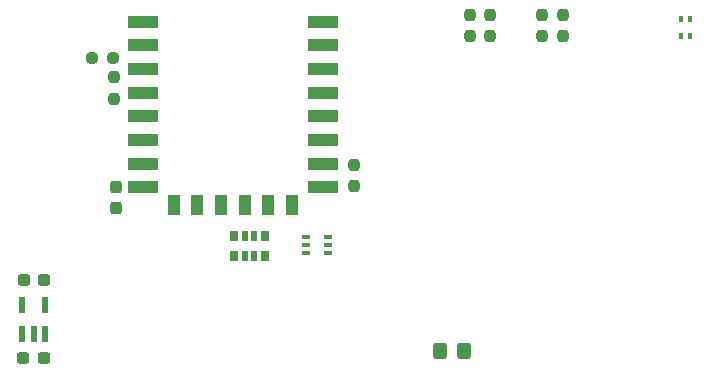
<source format=gbr>
%TF.GenerationSoftware,KiCad,Pcbnew,7.0.2-0*%
%TF.CreationDate,2024-01-30T21:56:13+01:00*%
%TF.ProjectId,wlan-thermo-front-panel,776c616e-2d74-4686-9572-6d6f2d66726f,rev?*%
%TF.SameCoordinates,Original*%
%TF.FileFunction,Paste,Top*%
%TF.FilePolarity,Positive*%
%FSLAX46Y46*%
G04 Gerber Fmt 4.6, Leading zero omitted, Abs format (unit mm)*
G04 Created by KiCad (PCBNEW 7.0.2-0) date 2024-01-30 21:56:13*
%MOMM*%
%LPD*%
G01*
G04 APERTURE LIST*
G04 Aperture macros list*
%AMRoundRect*
0 Rectangle with rounded corners*
0 $1 Rounding radius*
0 $2 $3 $4 $5 $6 $7 $8 $9 X,Y pos of 4 corners*
0 Add a 4 corners polygon primitive as box body*
4,1,4,$2,$3,$4,$5,$6,$7,$8,$9,$2,$3,0*
0 Add four circle primitives for the rounded corners*
1,1,$1+$1,$2,$3*
1,1,$1+$1,$4,$5*
1,1,$1+$1,$6,$7*
1,1,$1+$1,$8,$9*
0 Add four rect primitives between the rounded corners*
20,1,$1+$1,$2,$3,$4,$5,0*
20,1,$1+$1,$4,$5,$6,$7,0*
20,1,$1+$1,$6,$7,$8,$9,0*
20,1,$1+$1,$8,$9,$2,$3,0*%
G04 Aperture macros list end*
%ADD10R,2.500000X1.000000*%
%ADD11R,1.000000X1.800000*%
%ADD12RoundRect,0.237500X0.237500X-0.250000X0.237500X0.250000X-0.237500X0.250000X-0.237500X-0.250000X0*%
%ADD13RoundRect,0.237500X-0.300000X-0.237500X0.300000X-0.237500X0.300000X0.237500X-0.300000X0.237500X0*%
%ADD14RoundRect,0.237500X-0.237500X0.250000X-0.237500X-0.250000X0.237500X-0.250000X0.237500X0.250000X0*%
%ADD15RoundRect,0.237500X-0.237500X0.300000X-0.237500X-0.300000X0.237500X-0.300000X0.237500X0.300000X0*%
%ADD16RoundRect,0.237500X-0.250000X-0.237500X0.250000X-0.237500X0.250000X0.237500X-0.250000X0.237500X0*%
%ADD17R,0.300000X0.500000*%
%ADD18R,0.650000X0.900000*%
%ADD19R,0.500000X0.900000*%
%ADD20R,0.650000X0.400000*%
%ADD21R,0.600000X1.400000*%
%ADD22RoundRect,0.250000X0.325000X0.450000X-0.325000X0.450000X-0.325000X-0.450000X0.325000X-0.450000X0*%
G04 APERTURE END LIST*
D10*
%TO.C,U1*%
X111100000Y-47300000D03*
X111100000Y-49300000D03*
X111100000Y-51300000D03*
X111100000Y-53300000D03*
X111100000Y-55300000D03*
X111100000Y-57300000D03*
X111100000Y-59300000D03*
X111100000Y-61300000D03*
D11*
X113700000Y-62800000D03*
X115700000Y-62800000D03*
X117700000Y-62800000D03*
X119700000Y-62800000D03*
X121700000Y-62800000D03*
X123700000Y-62800000D03*
D10*
X126300000Y-61300000D03*
X126300000Y-59300000D03*
X126300000Y-57300000D03*
X126300000Y-55300000D03*
X126300000Y-53300000D03*
X126300000Y-51300000D03*
X126300000Y-49300000D03*
X126300000Y-47300000D03*
%TD*%
D12*
%TO.C,R6*%
X140516601Y-48535600D03*
X140516601Y-46710600D03*
%TD*%
D13*
%TO.C,C1*%
X100962300Y-75720400D03*
X102687300Y-75720400D03*
%TD*%
%TO.C,C2*%
X100987700Y-69141800D03*
X102712700Y-69141800D03*
%TD*%
D14*
%TO.C,R4*%
X138785601Y-46710600D03*
X138785601Y-48535600D03*
%TD*%
D15*
%TO.C,C3*%
X108850000Y-61305000D03*
X108850000Y-63030000D03*
%TD*%
D16*
%TO.C,R7*%
X106767500Y-50340000D03*
X108592500Y-50340000D03*
%TD*%
D17*
%TO.C,U2*%
X157450000Y-47100000D03*
X156650000Y-47100000D03*
X156650000Y-48500000D03*
X157450000Y-48500000D03*
%TD*%
D12*
%TO.C,R8*%
X108650000Y-53812500D03*
X108650000Y-51987500D03*
%TD*%
D14*
%TO.C,R12*%
X128990000Y-59397500D03*
X128990000Y-61222500D03*
%TD*%
D18*
%TO.C,RN1*%
X121391600Y-65393200D03*
D19*
X120516600Y-65393200D03*
X119716600Y-65393200D03*
D18*
X118841600Y-65393200D03*
X118841600Y-67093200D03*
D19*
X119716600Y-67093200D03*
X120516600Y-67093200D03*
D18*
X121391600Y-67093200D03*
%TD*%
D14*
%TO.C,R3*%
X144873801Y-46710600D03*
X144873801Y-48535600D03*
%TD*%
D20*
%TO.C,Q1*%
X124890000Y-65550000D03*
X124890000Y-66200000D03*
X124890000Y-66850000D03*
X126790000Y-66850000D03*
X126790000Y-66200000D03*
X126790000Y-65550000D03*
%TD*%
D21*
%TO.C,IC1*%
X100890000Y-73750000D03*
X101840000Y-73750000D03*
X102790000Y-73750000D03*
X102790000Y-71250000D03*
X100890000Y-71250000D03*
%TD*%
D22*
%TO.C,F1*%
X138307201Y-75160000D03*
X136257201Y-75160000D03*
%TD*%
D12*
%TO.C,R5*%
X146685001Y-48535600D03*
X146685001Y-46710600D03*
%TD*%
M02*

</source>
